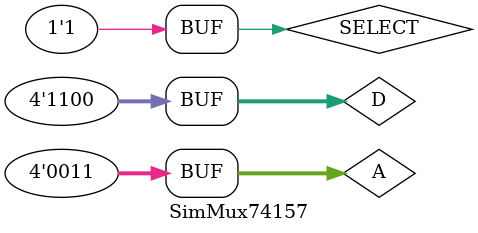
<source format=v>
`timescale 1ns/1ps

module SimMux74157;

    // Entradas
    reg SELECT;
    reg [3:0] A;
    reg [3:0] D;

    // Saída
    wire [3:0] Out;

    // Instancia o módulo mux
    mux74157 DUT (
        .select(SELECT),
        .a(A),
        .d(D),
        .out(Out)
    );

    initial begin
        // Inicializa entradas
        A = 4'b0000;
        D = 4'b0000;
        SELECT = 0;

        // Aguarda 20ns e começa a simulação
        #20 A = 4'b1010;
            D = 4'b0101;
            SELECT = 0;   // Espera-se que Saida = EntradaA
        #20 SELECT = 1;   // Espera-se que Saida = EntradaD

        #20 A = 4'b1111;
            D = 4'b0000;
            SELECT = 0;   // Saida deve ir para 1111
        #20 SELECT = 1;   // Saida deve ir para 0000

        #20 A = 4'b0011;
            D = 4'b1100;
            SELECT = 0;
        #20 SELECT = 1;

    end

endmodule

</source>
